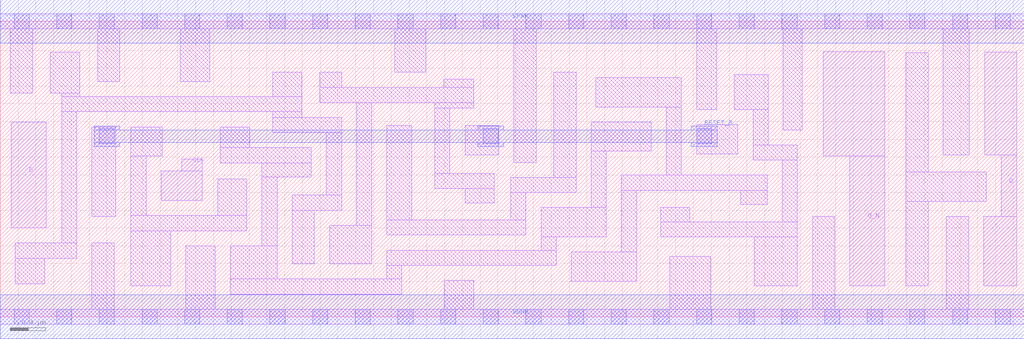
<source format=lef>
# Copyright 2020 The SkyWater PDK Authors
#
# Licensed under the Apache License, Version 2.0 (the "License");
# you may not use this file except in compliance with the License.
# You may obtain a copy of the License at
#
#     https://www.apache.org/licenses/LICENSE-2.0
#
# Unless required by applicable law or agreed to in writing, software
# distributed under the License is distributed on an "AS IS" BASIS,
# WITHOUT WARRANTIES OR CONDITIONS OF ANY KIND, either express or implied.
# See the License for the specific language governing permissions and
# limitations under the License.
#
# SPDX-License-Identifier: Apache-2.0

VERSION 5.7 ;
  NAMESCASESENSITIVE ON ;
  NOWIREEXTENSIONATPIN ON ;
  DIVIDERCHAR "/" ;
  BUSBITCHARS "[]" ;
UNITS
  DATABASE MICRONS 200 ;
END UNITS
MACRO sky130_fd_sc_hs__dfrbp_1
  CLASS CORE ;
  SOURCE USER ;
  FOREIGN sky130_fd_sc_hs__dfrbp_1 ;
  ORIGIN  0.000000  0.000000 ;
  SIZE  11.52000 BY  3.330000 ;
  SYMMETRY X Y R90 ;
  SITE unit ;
  PIN D
    ANTENNAGATEAREA  0.126000 ;
    DIRECTION INPUT ;
    USE SIGNAL ;
    PORT
      LAYER li1 ;
        RECT 0.125000 1.000000 0.520000 2.195000 ;
    END
  END D
  PIN Q
    ANTENNADIFFAREA  0.541300 ;
    DIRECTION OUTPUT ;
    USE SIGNAL ;
    PORT
      LAYER li1 ;
        RECT 11.065000 0.350000 11.435000 1.130000 ;
        RECT 11.075000 1.820000 11.435000 2.980000 ;
        RECT 11.265000 1.130000 11.435000 1.820000 ;
    END
  END Q
  PIN Q_N
    ANTENNADIFFAREA  0.951500 ;
    DIRECTION OUTPUT ;
    USE SIGNAL ;
    PORT
      LAYER li1 ;
        RECT 9.260000 1.810000 9.950000 2.985000 ;
        RECT 9.560000 0.350000 9.950000 1.810000 ;
    END
  END Q_N
  PIN RESET_B
    ANTENNAGATEAREA  0.378000 ;
    DIRECTION INPUT ;
    USE SIGNAL ;
    PORT
      LAYER met1 ;
        RECT 1.055000 1.920000 1.345000 1.965000 ;
        RECT 1.055000 1.965000 8.065000 2.105000 ;
        RECT 1.055000 2.105000 1.345000 2.150000 ;
        RECT 5.375000 1.920000 5.665000 1.965000 ;
        RECT 5.375000 2.105000 5.665000 2.150000 ;
        RECT 7.775000 1.920000 8.065000 1.965000 ;
        RECT 7.775000 2.105000 8.065000 2.150000 ;
    END
  END RESET_B
  PIN CLK
    ANTENNAGATEAREA  0.279000 ;
    DIRECTION INPUT ;
    USE CLOCK ;
    PORT
      LAYER li1 ;
        RECT 1.810000 1.310000 2.275000 1.640000 ;
        RECT 2.045000 1.640000 2.275000 1.780000 ;
    END
  END CLK
  PIN VGND
    DIRECTION INOUT ;
    USE GROUND ;
    PORT
      LAYER met1 ;
        RECT 0.000000 -0.245000 11.520000 0.245000 ;
    END
  END VGND
  PIN VPWR
    DIRECTION INOUT ;
    USE POWER ;
    PORT
      LAYER met1 ;
        RECT 0.000000 3.085000 11.520000 3.575000 ;
    END
  END VPWR
  OBS
    LAYER li1 ;
      RECT  0.000000 -0.085000 11.520000 0.085000 ;
      RECT  0.000000  3.245000 11.520000 3.415000 ;
      RECT  0.115000  2.520000  0.365000 3.245000 ;
      RECT  0.170000  0.370000  0.500000 0.660000 ;
      RECT  0.170000  0.660000  0.860000 0.830000 ;
      RECT  0.565000  2.520000  0.895000 2.980000 ;
      RECT  0.690000  0.830000  0.860000 2.310000 ;
      RECT  0.690000  2.310000  3.395000 2.480000 ;
      RECT  0.690000  2.480000  0.895000 2.520000 ;
      RECT  1.030000  0.085000  1.280000 0.830000 ;
      RECT  1.030000  1.130000  1.300000 2.140000 ;
      RECT  1.095000  2.650000  1.345000 3.245000 ;
      RECT  1.470000  0.350000  1.920000 0.970000 ;
      RECT  1.470000  0.970000  2.775000 1.140000 ;
      RECT  1.470000  1.140000  1.640000 1.810000 ;
      RECT  1.470000  1.810000  1.825000 2.140000 ;
      RECT  2.025000  2.650000  2.355000 3.245000 ;
      RECT  2.090000  0.085000  2.420000 0.800000 ;
      RECT  2.445000  1.140000  2.775000 1.550000 ;
      RECT  2.475000  1.735000  3.500000 1.905000 ;
      RECT  2.475000  1.905000  2.805000 2.140000 ;
      RECT  2.590000  0.255000  4.520000 0.425000 ;
      RECT  2.590000  0.425000  3.115000 0.800000 ;
      RECT  2.945000  0.800000  3.115000 1.575000 ;
      RECT  2.945000  1.575000  3.500000 1.735000 ;
      RECT  3.065000  2.075000  3.840000 2.245000 ;
      RECT  3.065000  2.245000  3.395000 2.310000 ;
      RECT  3.065000  2.480000  3.395000 2.755000 ;
      RECT  3.285000  0.595000  3.535000 1.200000 ;
      RECT  3.285000  1.200000  3.840000 1.370000 ;
      RECT  3.595000  2.415000  5.325000 2.585000 ;
      RECT  3.595000  2.585000  3.845000 2.755000 ;
      RECT  3.670000  1.370000  3.840000 2.075000 ;
      RECT  3.705000  0.595000  4.180000 1.030000 ;
      RECT  4.010000  1.030000  4.180000 2.415000 ;
      RECT  4.350000  0.425000  4.520000 0.580000 ;
      RECT  4.350000  0.580000  6.255000 0.750000 ;
      RECT  4.350000  0.920000  5.915000 1.090000 ;
      RECT  4.350000  1.090000  4.630000 2.155000 ;
      RECT  4.440000  2.755000  4.785000 3.245000 ;
      RECT  4.890000  1.445000  5.560000 1.615000 ;
      RECT  4.890000  1.615000  5.060000 2.350000 ;
      RECT  4.890000  2.350000  5.325000 2.415000 ;
      RECT  4.990000  2.585000  5.325000 2.680000 ;
      RECT  4.995000  0.085000  5.325000 0.410000 ;
      RECT  5.230000  1.285000  5.560000 1.445000 ;
      RECT  5.230000  1.825000  5.610000 2.155000 ;
      RECT  5.745000  1.090000  5.915000 1.400000 ;
      RECT  5.745000  1.400000  6.480000 1.570000 ;
      RECT  5.780000  1.740000  6.030000 3.245000 ;
      RECT  6.085000  0.750000  6.255000 0.900000 ;
      RECT  6.085000  0.900000  6.820000 1.230000 ;
      RECT  6.230000  1.570000  6.480000 2.755000 ;
      RECT  6.425000  0.400000  7.160000 0.730000 ;
      RECT  6.650000  1.230000  6.820000 1.865000 ;
      RECT  6.650000  1.865000  7.325000 2.195000 ;
      RECT  6.700000  2.365000  7.665000 2.695000 ;
      RECT  6.990000  0.730000  7.160000 1.425000 ;
      RECT  6.990000  1.425000  8.630000 1.595000 ;
      RECT  7.430000  0.900000  8.970000 1.070000 ;
      RECT  7.430000  1.070000  7.760000 1.230000 ;
      RECT  7.495000  1.595000  7.665000 2.365000 ;
      RECT  7.535000  0.085000  7.995000 0.680000 ;
      RECT  7.835000  1.835000  8.300000 2.165000 ;
      RECT  7.835000  2.335000  8.060000 3.245000 ;
      RECT  8.260000  2.335000  8.640000 2.730000 ;
      RECT  8.330000  1.265000  8.630000 1.425000 ;
      RECT  8.470000  1.765000  8.970000 1.935000 ;
      RECT  8.470000  1.935000  8.640000 2.335000 ;
      RECT  8.485000  0.350000  8.970000 0.900000 ;
      RECT  8.800000  1.070000  8.970000 1.765000 ;
      RECT  8.810000  2.105000  9.025000 3.245000 ;
      RECT  9.140000  0.085000  9.390000 1.130000 ;
      RECT 10.190000  0.350000 10.440000 1.300000 ;
      RECT 10.190000  1.300000 11.095000 1.630000 ;
      RECT 10.190000  1.630000 10.440000 2.975000 ;
      RECT 10.610000  1.820000 10.905000 3.245000 ;
      RECT 10.645000  0.085000 10.895000 1.130000 ;
    LAYER mcon ;
      RECT  0.155000 -0.085000  0.325000 0.085000 ;
      RECT  0.155000  3.245000  0.325000 3.415000 ;
      RECT  0.635000 -0.085000  0.805000 0.085000 ;
      RECT  0.635000  3.245000  0.805000 3.415000 ;
      RECT  1.115000 -0.085000  1.285000 0.085000 ;
      RECT  1.115000  1.950000  1.285000 2.120000 ;
      RECT  1.115000  3.245000  1.285000 3.415000 ;
      RECT  1.595000 -0.085000  1.765000 0.085000 ;
      RECT  1.595000  3.245000  1.765000 3.415000 ;
      RECT  2.075000 -0.085000  2.245000 0.085000 ;
      RECT  2.075000  3.245000  2.245000 3.415000 ;
      RECT  2.555000 -0.085000  2.725000 0.085000 ;
      RECT  2.555000  3.245000  2.725000 3.415000 ;
      RECT  3.035000 -0.085000  3.205000 0.085000 ;
      RECT  3.035000  3.245000  3.205000 3.415000 ;
      RECT  3.515000 -0.085000  3.685000 0.085000 ;
      RECT  3.515000  3.245000  3.685000 3.415000 ;
      RECT  3.995000 -0.085000  4.165000 0.085000 ;
      RECT  3.995000  3.245000  4.165000 3.415000 ;
      RECT  4.475000 -0.085000  4.645000 0.085000 ;
      RECT  4.475000  3.245000  4.645000 3.415000 ;
      RECT  4.955000 -0.085000  5.125000 0.085000 ;
      RECT  4.955000  3.245000  5.125000 3.415000 ;
      RECT  5.435000 -0.085000  5.605000 0.085000 ;
      RECT  5.435000  1.950000  5.605000 2.120000 ;
      RECT  5.435000  3.245000  5.605000 3.415000 ;
      RECT  5.915000 -0.085000  6.085000 0.085000 ;
      RECT  5.915000  3.245000  6.085000 3.415000 ;
      RECT  6.395000 -0.085000  6.565000 0.085000 ;
      RECT  6.395000  3.245000  6.565000 3.415000 ;
      RECT  6.875000 -0.085000  7.045000 0.085000 ;
      RECT  6.875000  3.245000  7.045000 3.415000 ;
      RECT  7.355000 -0.085000  7.525000 0.085000 ;
      RECT  7.355000  3.245000  7.525000 3.415000 ;
      RECT  7.835000 -0.085000  8.005000 0.085000 ;
      RECT  7.835000  1.950000  8.005000 2.120000 ;
      RECT  7.835000  3.245000  8.005000 3.415000 ;
      RECT  8.315000 -0.085000  8.485000 0.085000 ;
      RECT  8.315000  3.245000  8.485000 3.415000 ;
      RECT  8.795000 -0.085000  8.965000 0.085000 ;
      RECT  8.795000  3.245000  8.965000 3.415000 ;
      RECT  9.275000 -0.085000  9.445000 0.085000 ;
      RECT  9.275000  3.245000  9.445000 3.415000 ;
      RECT  9.755000 -0.085000  9.925000 0.085000 ;
      RECT  9.755000  3.245000  9.925000 3.415000 ;
      RECT 10.235000 -0.085000 10.405000 0.085000 ;
      RECT 10.235000  3.245000 10.405000 3.415000 ;
      RECT 10.715000 -0.085000 10.885000 0.085000 ;
      RECT 10.715000  3.245000 10.885000 3.415000 ;
      RECT 11.195000 -0.085000 11.365000 0.085000 ;
      RECT 11.195000  3.245000 11.365000 3.415000 ;
  END
END sky130_fd_sc_hs__dfrbp_1

</source>
